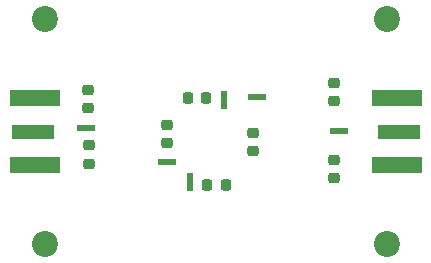
<source format=gbr>
%TF.GenerationSoftware,KiCad,Pcbnew,(6.0.1)*%
%TF.CreationDate,2022-02-12T11:42:24+00:00*%
%TF.ProjectId,LowPass_7mm,4c6f7750-6173-4735-9f37-6d6d2e6b6963,rev?*%
%TF.SameCoordinates,Original*%
%TF.FileFunction,Soldermask,Top*%
%TF.FilePolarity,Negative*%
%FSLAX46Y46*%
G04 Gerber Fmt 4.6, Leading zero omitted, Abs format (unit mm)*
G04 Created by KiCad (PCBNEW (6.0.1)) date 2022-02-12 11:42:24*
%MOMM*%
%LPD*%
G01*
G04 APERTURE LIST*
G04 Aperture macros list*
%AMRoundRect*
0 Rectangle with rounded corners*
0 $1 Rounding radius*
0 $2 $3 $4 $5 $6 $7 $8 $9 X,Y pos of 4 corners*
0 Add a 4 corners polygon primitive as box body*
4,1,4,$2,$3,$4,$5,$6,$7,$8,$9,$2,$3,0*
0 Add four circle primitives for the rounded corners*
1,1,$1+$1,$2,$3*
1,1,$1+$1,$4,$5*
1,1,$1+$1,$6,$7*
1,1,$1+$1,$8,$9*
0 Add four rect primitives between the rounded corners*
20,1,$1+$1,$2,$3,$4,$5,0*
20,1,$1+$1,$4,$5,$6,$7,0*
20,1,$1+$1,$6,$7,$8,$9,0*
20,1,$1+$1,$8,$9,$2,$3,0*%
G04 Aperture macros list end*
%ADD10RoundRect,0.225000X0.250000X-0.225000X0.250000X0.225000X-0.250000X0.225000X-0.250000X-0.225000X0*%
%ADD11C,2.200000*%
%ADD12R,1.500000X0.600000*%
%ADD13R,0.600000X1.500000*%
%ADD14RoundRect,0.225000X-0.250000X0.225000X-0.250000X-0.225000X0.250000X-0.225000X0.250000X0.225000X0*%
%ADD15RoundRect,0.225000X0.225000X0.250000X-0.225000X0.250000X-0.225000X-0.250000X0.225000X-0.250000X0*%
%ADD16R,3.600000X1.270000*%
%ADD17R,4.200000X1.350000*%
%ADD18RoundRect,0.225000X-0.225000X-0.250000X0.225000X-0.250000X0.225000X0.250000X-0.225000X0.250000X0*%
G04 APERTURE END LIST*
D10*
%TO.C,C4*%
X113411000Y-113500200D03*
X113411000Y-111950200D03*
%TD*%
D11*
%TO.C,H3*%
X103000000Y-122000000D03*
%TD*%
D12*
%TO.C,L1*%
X106481200Y-112189600D03*
X113381200Y-115089600D03*
%TD*%
D11*
%TO.C,H4*%
X132000000Y-122000000D03*
%TD*%
D13*
%TO.C,L2*%
X115328700Y-116759400D03*
X118228700Y-109859400D03*
%TD*%
D10*
%TO.C,C1*%
X106714800Y-110491400D03*
X106714800Y-108941400D03*
%TD*%
D12*
%TO.C,L3*%
X121010000Y-109548000D03*
X127910000Y-112448000D03*
%TD*%
D14*
%TO.C,C8*%
X127508000Y-114924200D03*
X127508000Y-116474200D03*
%TD*%
%TO.C,C2*%
X106765600Y-113665800D03*
X106765600Y-115215800D03*
%TD*%
%TO.C,C6*%
X120636400Y-112610600D03*
X120636400Y-114160600D03*
%TD*%
D15*
%TO.C,C5*%
X116678300Y-109702600D03*
X115128300Y-109702600D03*
%TD*%
D11*
%TO.C,H2*%
X132000000Y-103000000D03*
%TD*%
D16*
%TO.C,J2*%
X133000000Y-112500000D03*
D17*
X132800000Y-109675000D03*
X132800000Y-115325000D03*
%TD*%
D16*
%TO.C,J1*%
X102000000Y-112500000D03*
D17*
X102200000Y-109675000D03*
X102200000Y-115325000D03*
%TD*%
D10*
%TO.C,C7*%
X127508000Y-109946400D03*
X127508000Y-108396400D03*
%TD*%
D18*
%TO.C,C3*%
X116791100Y-117017800D03*
X118341100Y-117017800D03*
%TD*%
D11*
%TO.C,H1*%
X103000000Y-103000000D03*
%TD*%
M02*

</source>
